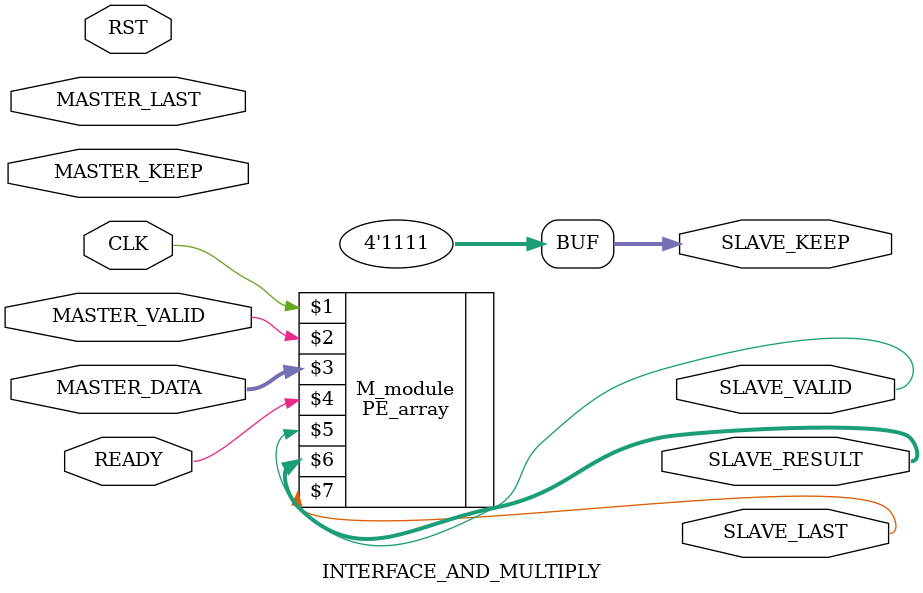
<source format=v>
`timescale 1ns / 1ps

module INTERFACE_AND_MULTIPLY(
    input CLK,
    input RST,
    
    input [31:0] MASTER_DATA,    
    input [3:0] MASTER_KEEP,
    input MASTER_VALID,
    input MASTER_LAST,
    
    input READY,
    
    output [31:0] SLAVE_RESULT,
    output [3:0] SLAVE_KEEP,
    output SLAVE_VALID,
    output SLAVE_LAST
);
    
    PE_array M_module( CLK, MASTER_VALID, MASTER_DATA, READY, SLAVE_VALID, SLAVE_RESULT, SLAVE_LAST );
                
    assign SLAVE_KEEP = 4'b1111; 
    
endmodule

</source>
